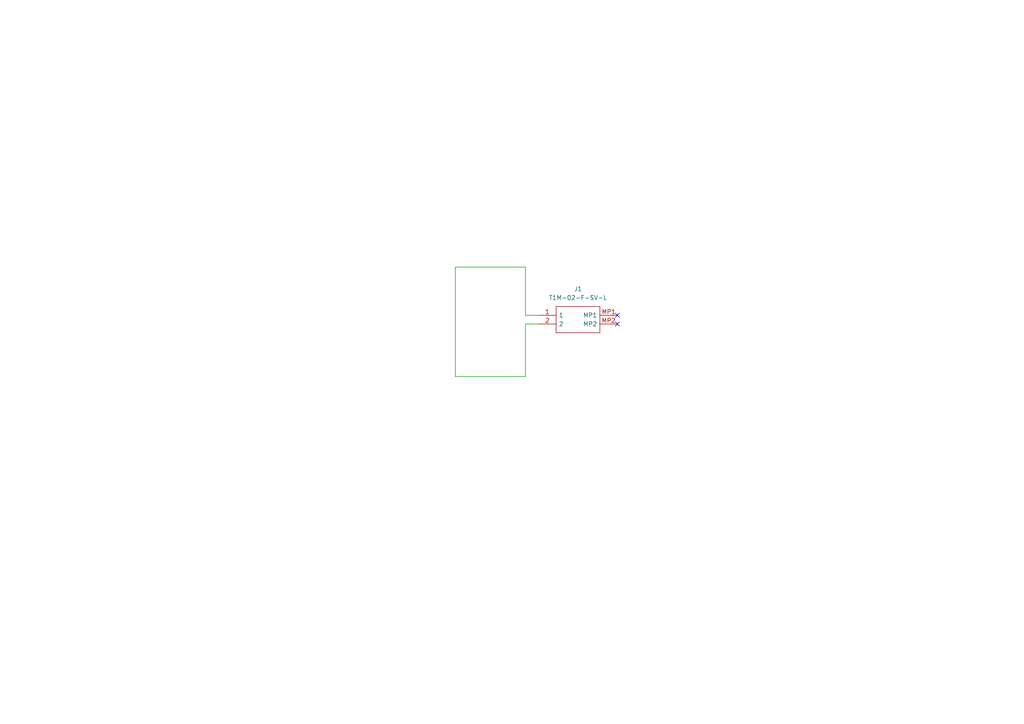
<source format=kicad_sch>
(kicad_sch
	(version 20231120)
	(generator "eeschema")
	(generator_version "8.0")
	(uuid "e63e39d7-6ac0-4ffd-8aa3-1841a4541b55")
	(paper "A4")
	(lib_symbols
		(symbol "T1M-02-F-SV-L:T1M-02-F-SV-L"
			(pin_names
				(offset 0.762)
			)
			(exclude_from_sim no)
			(in_bom yes)
			(on_board yes)
			(property "Reference" "J"
				(at 19.05 7.62 0)
				(effects
					(font
						(size 1.27 1.27)
					)
					(justify left)
				)
			)
			(property "Value" "T1M-02-F-SV-L"
				(at 19.05 5.08 0)
				(effects
					(font
						(size 1.27 1.27)
					)
					(justify left)
				)
			)
			(property "Footprint" "T1M02FSVL"
				(at 19.05 2.54 0)
				(effects
					(font
						(size 1.27 1.27)
					)
					(justify left)
					(hide yes)
				)
			)
			(property "Datasheet" "http://suddendocs.samtec.com/prints/t1m-xx-x-sv-l-x-mkt.pdf"
				(at 19.05 0 0)
				(effects
					(font
						(size 1.27 1.27)
					)
					(justify left)
					(hide yes)
				)
			)
			(property "Description" "2 Position, Discrete Wire Terminal Strip, 1.00 mm Pitch, Single-Row Vertical"
				(at 19.05 -2.54 0)
				(effects
					(font
						(size 1.27 1.27)
					)
					(justify left)
					(hide yes)
				)
			)
			(property "Height" ""
				(at 19.05 -5.08 0)
				(effects
					(font
						(size 1.27 1.27)
					)
					(justify left)
					(hide yes)
				)
			)
			(property "Manufacturer_Name" "SAMTEC"
				(at 19.05 -7.62 0)
				(effects
					(font
						(size 1.27 1.27)
					)
					(justify left)
					(hide yes)
				)
			)
			(property "Manufacturer_Part_Number" "T1M-02-F-SV-L"
				(at 19.05 -10.16 0)
				(effects
					(font
						(size 1.27 1.27)
					)
					(justify left)
					(hide yes)
				)
			)
			(property "Mouser Part Number" "200-T1M02FSVL"
				(at 19.05 -12.7 0)
				(effects
					(font
						(size 1.27 1.27)
					)
					(justify left)
					(hide yes)
				)
			)
			(property "Mouser Price/Stock" "https://www.mouser.co.uk/ProductDetail/Samtec/T1M-02-F-SV-L?qs=PB6%2FjmICvI1sADoWEyGXsA%3D%3D"
				(at 19.05 -15.24 0)
				(effects
					(font
						(size 1.27 1.27)
					)
					(justify left)
					(hide yes)
				)
			)
			(property "Arrow Part Number" "T1M-02-F-SV-L"
				(at 19.05 -17.78 0)
				(effects
					(font
						(size 1.27 1.27)
					)
					(justify left)
					(hide yes)
				)
			)
			(property "Arrow Price/Stock" "https://www.arrow.com/en/products/t1m-02-f-sv-l/samtec?region=europe"
				(at 19.05 -20.32 0)
				(effects
					(font
						(size 1.27 1.27)
					)
					(justify left)
					(hide yes)
				)
			)
			(property "Mouser Testing Part Number" ""
				(at 19.05 -22.86 0)
				(effects
					(font
						(size 1.27 1.27)
					)
					(justify left)
					(hide yes)
				)
			)
			(property "Mouser Testing Price/Stock" ""
				(at 19.05 -25.4 0)
				(effects
					(font
						(size 1.27 1.27)
					)
					(justify left)
					(hide yes)
				)
			)
			(symbol "T1M-02-F-SV-L_0_0"
				(pin passive line
					(at 0 0 0)
					(length 5.08)
					(name "1"
						(effects
							(font
								(size 1.27 1.27)
							)
						)
					)
					(number "1"
						(effects
							(font
								(size 1.27 1.27)
							)
						)
					)
				)
				(pin passive line
					(at 0 -2.54 0)
					(length 5.08)
					(name "2"
						(effects
							(font
								(size 1.27 1.27)
							)
						)
					)
					(number "2"
						(effects
							(font
								(size 1.27 1.27)
							)
						)
					)
				)
				(pin passive line
					(at 22.86 0 180)
					(length 5.08)
					(name "MP1"
						(effects
							(font
								(size 1.27 1.27)
							)
						)
					)
					(number "MP1"
						(effects
							(font
								(size 1.27 1.27)
							)
						)
					)
				)
				(pin passive line
					(at 22.86 -2.54 180)
					(length 5.08)
					(name "MP2"
						(effects
							(font
								(size 1.27 1.27)
							)
						)
					)
					(number "MP2"
						(effects
							(font
								(size 1.27 1.27)
							)
						)
					)
				)
			)
			(symbol "T1M-02-F-SV-L_0_1"
				(polyline
					(pts
						(xy 5.08 2.54) (xy 17.78 2.54) (xy 17.78 -5.08) (xy 5.08 -5.08) (xy 5.08 2.54)
					)
					(stroke
						(width 0.1524)
						(type default)
					)
					(fill
						(type none)
					)
				)
			)
		)
	)
	(no_connect
		(at 179.07 91.44)
		(uuid "83184391-76ed-44f0-8cd0-01f89f157bdb")
	)
	(no_connect
		(at 179.07 93.98)
		(uuid "966ee9ec-860e-45bb-af89-30bda72b2032")
	)
	(wire
		(pts
			(xy 132.08 77.47) (xy 132.08 109.22)
		)
		(stroke
			(width 0)
			(type default)
		)
		(uuid "1bf7d0f9-0dcf-4d7c-b58c-318e3dc42bc9")
	)
	(wire
		(pts
			(xy 152.4 93.98) (xy 156.21 93.98)
		)
		(stroke
			(width 0)
			(type default)
		)
		(uuid "247ebffd-2cb6-4379-ba6e-21861fea3913")
	)
	(wire
		(pts
			(xy 152.4 77.47) (xy 132.08 77.47)
		)
		(stroke
			(width 0)
			(type default)
		)
		(uuid "58390862-1833-41dd-9c4e-98073ea0da33")
	)
	(wire
		(pts
			(xy 132.08 109.22) (xy 152.4 109.22)
		)
		(stroke
			(width 0)
			(type default)
		)
		(uuid "5e755161-24a5-4650-a6e3-9836bf074412")
	)
	(wire
		(pts
			(xy 152.4 109.22) (xy 152.4 93.98)
		)
		(stroke
			(width 0)
			(type default)
		)
		(uuid "9208ea78-8dde-4b3d-91e9-5755ab5efd9a")
	)
	(wire
		(pts
			(xy 156.21 91.44) (xy 152.4 91.44)
		)
		(stroke
			(width 0)
			(type default)
		)
		(uuid "94d24676-7ae3-483c-8bd6-88d31adf00b4")
	)
	(wire
		(pts
			(xy 152.4 91.44) (xy 152.4 77.47)
		)
		(stroke
			(width 0)
			(type default)
		)
		(uuid "e45aa7d8-0254-4176-afd9-766820762e19")
	)
	(symbol
		(lib_id "T1M-02-F-SV-L:T1M-02-F-SV-L")
		(at 156.21 91.44 0)
		(unit 1)
		(exclude_from_sim no)
		(in_bom yes)
		(on_board yes)
		(dnp no)
		(fields_autoplaced yes)
		(uuid "c15b2f75-2e10-4b71-bebb-e2b872171b92")
		(property "Reference" "J1"
			(at 167.64 83.82 0)
			(effects
				(font
					(size 1.27 1.27)
				)
			)
		)
		(property "Value" "T1M-02-F-SV-L"
			(at 167.64 86.36 0)
			(effects
				(font
					(size 1.27 1.27)
				)
			)
		)
		(property "Footprint" "T1M-02-F-SV-L:T1M02FSVL"
			(at 175.26 88.9 0)
			(effects
				(font
					(size 1.27 1.27)
				)
				(justify left)
				(hide yes)
			)
		)
		(property "Datasheet" "http://suddendocs.samtec.com/prints/t1m-xx-x-sv-l-x-mkt.pdf"
			(at 175.26 91.44 0)
			(effects
				(font
					(size 1.27 1.27)
				)
				(justify left)
				(hide yes)
			)
		)
		(property "Description" "2 Position, Discrete Wire Terminal Strip, 1.00 mm Pitch, Single-Row Vertical"
			(at 175.26 93.98 0)
			(effects
				(font
					(size 1.27 1.27)
				)
				(justify left)
				(hide yes)
			)
		)
		(property "Height" ""
			(at 175.26 96.52 0)
			(effects
				(font
					(size 1.27 1.27)
				)
				(justify left)
				(hide yes)
			)
		)
		(property "Manufacturer_Name" "SAMTEC"
			(at 175.26 99.06 0)
			(effects
				(font
					(size 1.27 1.27)
				)
				(justify left)
				(hide yes)
			)
		)
		(property "Manufacturer_Part_Number" "T1M-02-F-SV-L"
			(at 175.26 101.6 0)
			(effects
				(font
					(size 1.27 1.27)
				)
				(justify left)
				(hide yes)
			)
		)
		(property "Mouser Part Number" "200-T1M02FSVL"
			(at 175.26 104.14 0)
			(effects
				(font
					(size 1.27 1.27)
				)
				(justify left)
				(hide yes)
			)
		)
		(property "Mouser Price/Stock" "https://www.mouser.co.uk/ProductDetail/Samtec/T1M-02-F-SV-L?qs=PB6%2FjmICvI1sADoWEyGXsA%3D%3D"
			(at 175.26 106.68 0)
			(effects
				(font
					(size 1.27 1.27)
				)
				(justify left)
				(hide yes)
			)
		)
		(property "Arrow Part Number" "T1M-02-F-SV-L"
			(at 175.26 109.22 0)
			(effects
				(font
					(size 1.27 1.27)
				)
				(justify left)
				(hide yes)
			)
		)
		(property "Arrow Price/Stock" "https://www.arrow.com/en/products/t1m-02-f-sv-l/samtec?region=europe"
			(at 175.26 111.76 0)
			(effects
				(font
					(size 1.27 1.27)
				)
				(justify left)
				(hide yes)
			)
		)
		(property "Mouser Testing Part Number" ""
			(at 175.26 114.3 0)
			(effects
				(font
					(size 1.27 1.27)
				)
				(justify left)
				(hide yes)
			)
		)
		(property "Mouser Testing Price/Stock" ""
			(at 175.26 116.84 0)
			(effects
				(font
					(size 1.27 1.27)
				)
				(justify left)
				(hide yes)
			)
		)
		(pin "1"
			(uuid "f6a5c856-f2b5-40eb-a958-b666a0d408a0")
		)
		(pin "2"
			(uuid "2b25e886-ded1-450a-ada1-ece4208052e4")
		)
		(pin "MP1"
			(uuid "ffa442c7-cbef-461f-8613-c211201cec06")
		)
		(pin "MP2"
			(uuid "456c5e47-d71e-4708-b061-1e61634d8648")
		)
		(instances
			(project ""
				(path "/e63e39d7-6ac0-4ffd-8aa3-1841a4541b55"
					(reference "J1")
					(unit 1)
				)
			)
		)
	)
	(sheet_instances
		(path "/"
			(page "1")
		)
	)
)

</source>
